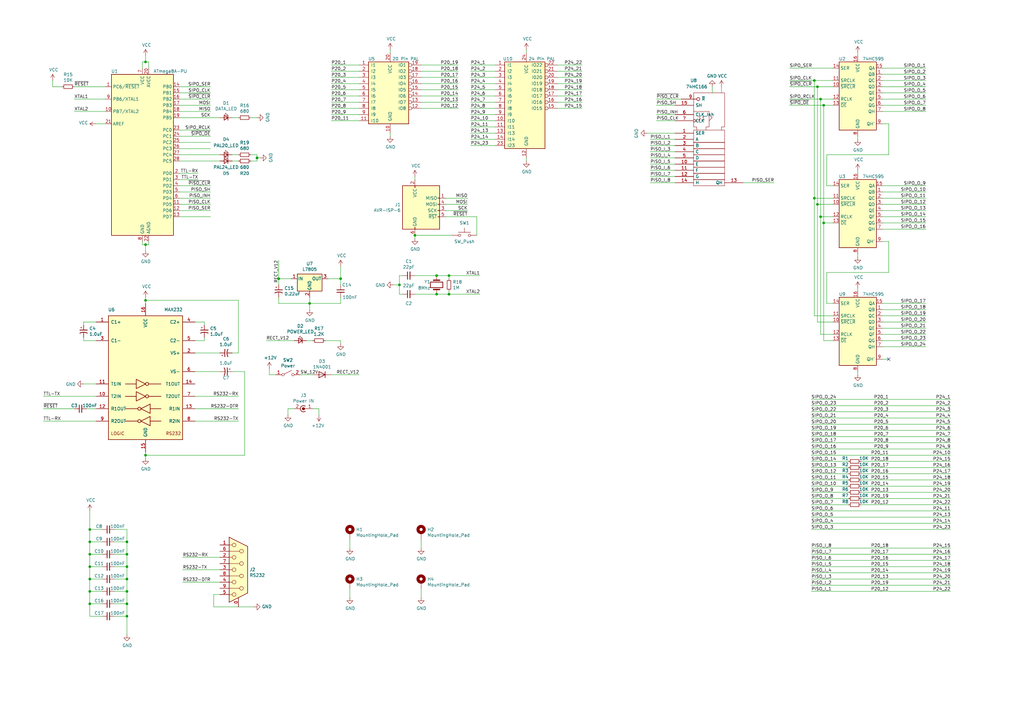
<source format=kicad_sch>
(kicad_sch (version 20230121) (generator eeschema)
  (paper "A3")
  (title_block (title "DuPAL"))
  (lib_symbols
    (symbol "74xx:74HC595"
      (property "Reference" "U" (at -7.62 13.97 0))
      (property "Value" "74HC595" (at -7.62 -16.51 0))
      (symbol "74HC595_1_0"
        (pin tri_state line (at 10.16 7.62 180) (length 2.54) (name "QB") (number "1"))
        (pin input line (at -10.16 2.54 0) (length 2.54) (name "~{SRCLR}") (number "10"))
        (pin input line (at -10.16 5.08 0) (length 2.54) (name "SRCLK") (number "11"))
        (pin input line (at -10.16 -2.54 0) (length 2.54) (name "RCLK") (number "12"))
        (pin input line (at -10.16 -5.08 0) (length 2.54) (name "~{OE}") (number "13"))
        (pin input line (at -10.16 10.16 0) (length 2.54) (name "SER") (number "14"))
        (pin tri_state line (at 10.16 10.16 180) (length 2.54) (name "QA") (number "15"))
        (pin power_in line (at 0 15.24 270) (length 2.54) (name "VCC") (number "16"))
        (pin tri_state line (at 10.16 5.08 180) (length 2.54) (name "QC") (number "2"))
        (pin tri_state line (at 10.16 2.54 180) (length 2.54) (name "QD") (number "3"))
        (pin tri_state line (at 10.16 0 180) (length 2.54) (name "QE") (number "4"))
        (pin tri_state line (at 10.16 -2.54 180) (length 2.54) (name "QF") (number "5"))
        (pin tri_state line (at 10.16 -5.08 180) (length 2.54) (name "QG") (number "6"))
        (pin tri_state line (at 10.16 -7.62 180) (length 2.54) (name "QH") (number "7"))
        (pin power_in line (at 0 -17.78 90) (length 2.54) (name "GND") (number "8"))
        (pin output line (at 10.16 -12.7 180) (length 2.54) (name "QH'") (number "9"))
      )
    )
    (symbol "Connector:AVR-ISP-6" (pin_names (offset 1.016))
      (property "Reference" "J" (at -6.35 11.43 0))
      (property "Value" "AVR-ISP-6" (at 0 11.43 0))
      (symbol "AVR-ISP-6_1_1"
        (pin passive line (at 10.16 5.08 180) (length 2.54) (name "MISO") (number "1"))
        (pin passive line (at -2.54 12.7 270) (length 2.54) (name "VCC") (number "2"))
        (pin passive line (at 10.16 0 180) (length 2.54) (name "SCK") (number "3"))
        (pin passive line (at 10.16 2.54 180) (length 2.54) (name "MOSI") (number "4"))
        (pin passive line (at 10.16 -2.54 180) (length 2.54) (name "~{RST}") (number "5"))
        (pin passive line (at -2.54 -10.16 90) (length 2.54) (name "GND") (number "6"))
      )
    )
    (symbol "Connector:Conn_Coaxial_Power" (pin_names (offset 1.016) hide)
      (property "Reference" "J" (at -5.08 -1.27 90))
      (property "Value" "Conn_Coaxial_Power" (at -3.175 -1.27 90))
      (symbol "Conn_Coaxial_Power_1_1"
        (pin passive line (at 0 2.54 270) (length 2.54) (name "In") (number "1"))
        (pin passive line (at 0 -5.08 90) (length 2.54) (name "Ext") (number "2"))
      )
    )
    (symbol "Connector:DE9_Receptacle_MountingHoles" (pin_names (offset 1.016) hide)
      (property "Reference" "J" (at 0 16.51 0))
      (property "Value" "DE9_Receptacle_MountingHoles" (at 0 14.605 0))
      (symbol "DE9_Receptacle_MountingHoles_1_1"
        (pin passive line (at 0 -15.24 90) (length 3.81) (name "PAD") (number "0"))
        (pin passive line (at -7.62 10.16 0) (length 3.81) (name "1") (number "1"))
        (pin passive line (at -7.62 5.08 0) (length 3.81) (name "2") (number "2"))
        (pin passive line (at -7.62 0 0) (length 3.81) (name "3") (number "3"))
        (pin passive line (at -7.62 -5.08 0) (length 3.81) (name "4") (number "4"))
        (pin passive line (at -7.62 -10.16 0) (length 3.81) (name "5") (number "5"))
        (pin passive line (at -7.62 7.62 0) (length 3.81) (name "6") (number "6"))
        (pin passive line (at -7.62 2.54 0) (length 3.81) (name "7") (number "7"))
        (pin passive line (at -7.62 -2.54 0) (length 3.81) (name "8") (number "8"))
        (pin passive line (at -7.62 -7.62 0) (length 3.81) (name "9") (number "9"))
      )
    )
    (symbol "Device:C_Small" (pin_numbers hide) (pin_names (offset 0.254) hide)
      (property "Reference" "C" (at 0.254 1.778 0))
      (property "Value" "C_Small" (at 0.254 -2.032 0))
      (symbol "C_Small_1_1"
        (pin passive line (at 0 2.54 270) (length 2.032) (name "~") (number "1"))
        (pin passive line (at 0 -2.54 90) (length 2.032) (name "~") (number "2"))
      )
    )
    (symbol "Device:Crystal" (pin_numbers hide) (pin_names (offset 1.016) hide)
      (property "Reference" "Y" (at 0 3.81 0))
      (property "Value" "Crystal" (at 0 -3.81 0))
      (symbol "Crystal_1_1"
        (pin passive line (at -3.81 0 0) (length 1.27) (name "1") (number "1"))
        (pin passive line (at 3.81 0 180) (length 1.27) (name "2") (number "2"))
      )
    )
    (symbol "Device:LED_Small" (pin_numbers hide) (pin_names (offset 0.254) hide)
      (property "Reference" "D" (at -1.27 3.175 0))
      (property "Value" "LED_Small" (at -4.445 -2.54 0))
      (symbol "LED_Small_1_1"
        (pin passive line (at -2.54 0 0) (length 1.778) (name "K") (number "1"))
        (pin passive line (at 2.54 0 180) (length 1.778) (name "A") (number "2"))
      )
    )
    (symbol "Device:R_Small" (pin_numbers hide) (pin_names (offset 0.254) hide)
      (property "Reference" "R" (at 0.762 0.508 0))
      (property "Value" "R_Small" (at 0.762 -1.016 0))
      (symbol "R_Small_1_1"
        (pin passive line (at 0 2.54 270) (length 0.762) (name "~") (number "1"))
        (pin passive line (at 0 -2.54 90) (length 0.762) (name "~") (number "2"))
      )
    )
    (symbol "Diode:1N4001" (pin_numbers hide) (pin_names hide)
      (property "Reference" "D" (at 0 2.54 0))
      (property "Value" "1N4001" (at 0 -2.54 0))
      (symbol "1N4001_1_1"
        (pin passive line (at -3.81 0 0) (length 2.54) (name "K") (number "1"))
        (pin passive line (at 3.81 0 180) (length 2.54) (name "A") (number "2"))
      )
    )
    (symbol "DuPAL-rescue:74166-74xx_IEEE" (pin_names (offset 0.762))
      (property "Reference" "U" (at 8.89 17.78 0))
      (property "Value" "74xx_IEEE_74166" (at 7.62 -22.86 0))
      (symbol "74166-74xx_IEEE_0_0"
        (text "1" (at -2.286 6.096 0) (effects (font (size 1.524 1.524))))
      )
      (symbol "74166-74xx_IEEE_0_1"
        (pin power_in line (at 1.27 16.51 270) (length 0) hide (name "GND") (number "8"))
      )
      (symbol "74166-74xx_IEEE_1_1"
        (pin input line (at -13.97 0 0) (length 7.62) (name "SER") (number "1"))
        (pin input line (at -13.97 -12.7 0) (length 7.62) (name "E") (number "10"))
        (pin input line (at -13.97 -15.24 0) (length 7.62) (name "F") (number "11"))
        (pin input line (at -13.97 -17.78 0) (length 7.62) (name "G") (number "12"))
        (pin tri_state line (at 13.97 -20.32 180) (length 7.62) (name "QH") (number "13"))
        (pin input line (at -13.97 -20.32 0) (length 7.62) (name "H") (number "14"))
        (pin input line (at -13.97 11.43 0) (length 7.62) (name "SH") (number "15"))
        (pin power_in line (at 5.08 16.51 270) (length 0) hide (name "VCC") (number "16"))
        (pin input line (at -13.97 -2.54 0) (length 7.62) (name "A") (number "2"))
        (pin input line (at -13.97 -5.08 0) (length 7.62) (name "B") (number "3"))
        (pin input line (at -13.97 -7.62 0) (length 7.62) (name "C") (number "4"))
        (pin input line (at -13.97 -10.16 0) (length 7.62) (name "D") (number "5"))
        (pin input line (at -13.97 7.62 0) (length 7.62) (name "CLK_Inh") (number "6"))
        (pin input clock (at -13.97 5.08 0) (length 7.62) (name "CLK") (number "7"))
        (pin input inverted (at -11.43 13.97 0) (length 7.62) (name "~{R}") (number "9"))
      )
    )
    (symbol "DuPAL-rescue:ATmega8A-PU-MCU_Microchip_ATmega"
      (property "Reference" "U" (at -12.7 34.29 0))
      (property "Value" "MCU_Microchip_ATmega_ATmega8A-PU" (at 5.08 -34.29 0))
      (symbol "ATmega8A-PU-MCU_Microchip_ATmega_1_1"
        (pin bidirectional line (at -15.24 27.94 0) (length 2.54) (name "PC6/~{RESET}") (number "1"))
        (pin bidirectional line (at -15.24 17.78 0) (length 2.54) (name "PB7/XTAL2") (number "10"))
        (pin bidirectional line (at 15.24 -20.32 180) (length 2.54) (name "PD5") (number "11"))
        (pin bidirectional line (at 15.24 -22.86 180) (length 2.54) (name "PD6") (number "12"))
        (pin bidirectional line (at 15.24 -25.4 180) (length 2.54) (name "PD7") (number "13"))
        (pin bidirectional line (at 15.24 27.94 180) (length 2.54) (name "PB0") (number "14"))
        (pin bidirectional line (at 15.24 25.4 180) (length 2.54) (name "PB1") (number "15"))
        (pin bidirectional line (at 15.24 22.86 180) (length 2.54) (name "PB2") (number "16"))
        (pin bidirectional line (at 15.24 20.32 180) (length 2.54) (name "PB3") (number "17"))
        (pin bidirectional line (at 15.24 17.78 180) (length 2.54) (name "PB4") (number "18"))
        (pin bidirectional line (at 15.24 15.24 180) (length 2.54) (name "PB5") (number "19"))
        (pin bidirectional line (at 15.24 -7.62 180) (length 2.54) (name "PD0") (number "2"))
        (pin power_in line (at 2.54 35.56 270) (length 2.54) (name "AVCC") (number "20"))
        (pin passive line (at -15.24 12.7 0) (length 2.54) (name "AREF") (number "21"))
        (pin power_in line (at 2.54 -35.56 90) (length 2.54) (name "AGND") (number "22"))
        (pin bidirectional line (at 15.24 10.16 180) (length 2.54) (name "PC0") (number "23"))
        (pin bidirectional line (at 15.24 7.62 180) (length 2.54) (name "PC1") (number "24"))
        (pin bidirectional line (at 15.24 5.08 180) (length 2.54) (name "PC2") (number "25"))
        (pin bidirectional line (at 15.24 2.54 180) (length 2.54) (name "PC3") (number "26"))
        (pin bidirectional line (at 15.24 0 180) (length 2.54) (name "PC4") (number "27"))
        (pin bidirectional line (at 15.24 -2.54 180) (length 2.54) (name "PC5") (number "28"))
        (pin bidirectional line (at 15.24 -10.16 180) (length 2.54) (name "PD1") (number "3"))
        (pin bidirectional line (at 15.24 -12.7 180) (length 2.54) (name "PD2") (number "4"))
        (pin bidirectional line (at 15.24 -15.24 180) (length 2.54) (name "PD3") (number "5"))
        (pin bidirectional line (at 15.24 -17.78 180) (length 2.54) (name "PD4") (number "6"))
        (pin power_in line (at 0 35.56 270) (length 2.54) (name "VCC") (number "7"))
        (pin power_in line (at 0 -35.56 90) (length 2.54) (name "GND") (number "8"))
        (pin bidirectional line (at -15.24 22.86 0) (length 2.54) (name "PB6/XTAL1") (number "9"))
      )
    )
    (symbol "DuPAL-rescue:CP1_Small-Device" (pin_numbers hide) (pin_names (offset 0.254) hide)
      (property "Reference" "C" (at 0.254 1.778 0))
      (property "Value" "Device_CP1_Small" (at 0.254 -2.032 0))
      (symbol "CP1_Small-Device_1_1"
        (pin passive line (at 0 2.54 270) (length 2.032) (name "~") (number "1"))
        (pin passive line (at 0 -2.54 90) (length 2.032) (name "~") (number "2"))
      )
    )
    (symbol "Interface_UART:MAX232" (pin_names (offset 1.016))
      (property "Reference" "U" (at -2.54 28.575 0))
      (property "Value" "MAX232" (at -2.54 26.67 0))
      (symbol "MAX232_0_0"
        (text "LOGIC" (at -11.43 -22.86 0) (effects (font (size 1.27 1.27))))
        (text "RS232" (at 11.43 -22.86 0) (effects (font (size 1.27 1.27))))
      )
      (symbol "MAX232_1_1"
        (pin passive line (at -20.32 22.86 0) (length 5.08) (name "C1+") (number "1"))
        (pin input line (at -20.32 -7.62 0) (length 5.08) (name "T2IN") (number "10"))
        (pin input line (at -20.32 -2.54 0) (length 5.08) (name "T1IN") (number "11"))
        (pin output line (at -20.32 -12.7 0) (length 5.08) (name "R1OUT") (number "12"))
        (pin input line (at 20.32 -12.7 180) (length 5.08) (name "R1IN") (number "13"))
        (pin output line (at 20.32 -2.54 180) (length 5.08) (name "T1OUT") (number "14"))
        (pin power_in line (at 0 -30.48 90) (length 5.08) (name "GND") (number "15"))
        (pin power_in line (at 0 30.48 270) (length 5.08) (name "VCC") (number "16"))
        (pin power_out line (at 20.32 10.16 180) (length 5.08) (name "VS+") (number "2"))
        (pin passive line (at -20.32 15.24 0) (length 5.08) (name "C1-") (number "3"))
        (pin passive line (at 20.32 22.86 180) (length 5.08) (name "C2+") (number "4"))
        (pin passive line (at 20.32 15.24 180) (length 5.08) (name "C2-") (number "5"))
        (pin power_out line (at 20.32 2.54 180) (length 5.08) (name "VS-") (number "6"))
        (pin output line (at 20.32 -7.62 180) (length 5.08) (name "T2OUT") (number "7"))
        (pin input line (at 20.32 -17.78 180) (length 5.08) (name "R2IN") (number "8"))
        (pin output line (at -20.32 -17.78 0) (length 5.08) (name "R2OUT") (number "9"))
      )
    )
    (symbol "Logic_Programmable:PAL16L8" (pin_names (offset 1.016))
      (property "Reference" "U" (at -8.89 16.51 0))
      (property "Value" "PAL16L8" (at 1.27 16.51 0))
      (symbol "PAL16L8_0_0"
        (pin power_in line (at 0 -15.24 90) (length 3.81) (name "GND") (number "10"))
        (pin power_in line (at 0 17.78 270) (length 3.81) (name "VCC") (number "20"))
      )
      (symbol "PAL16L8_1_1"
        (pin input line (at -12.7 12.7 0) (length 3.81) (name "I1") (number "1"))
        (pin input line (at -12.7 -10.16 0) (length 3.81) (name "I10") (number "11"))
        (pin tri_state inverted (at 12.7 -5.08 180) (length 5.08) (name "IO8") (number "12"))
        (pin tri_state inverted (at 12.7 -2.54 180) (length 5.08) (name "IO7") (number "13"))
        (pin tri_state inverted (at 12.7 0 180) (length 5.08) (name "IO6") (number "14"))
        (pin tri_state inverted (at 12.7 2.54 180) (length 5.08) (name "IO5") (number "15"))
        (pin tri_state inverted (at 12.7 5.08 180) (length 5.08) (name "IO4") (number "16"))
        (pin tri_state inverted (at 12.7 7.62 180) (length 5.08) (name "I03") (number "17"))
        (pin tri_state inverted (at 12.7 10.16 180) (length 5.08) (name "IO2") (number "18"))
        (pin tri_state inverted (at 12.7 12.7 180) (length 5.08) (name "IO1") (number "19"))
        (pin input line (at -12.7 10.16 0) (length 3.81) (name "I2") (number "2"))
        (pin input line (at -12.7 7.62 0) (length 3.81) (name "I3") (number "3"))
        (pin input line (at -12.7 5.08 0) (length 3.81) (name "I4") (number "4"))
        (pin input line (at -12.7 2.54 0) (length 3.81) (name "I5") (number "5"))
        (pin input line (at -12.7 0 0) (length 3.81) (name "I6") (number "6"))
        (pin input line (at -12.7 -2.54 0) (length 3.81) (name "I7") (number "7"))
        (pin input line (at -12.7 -5.08 0) (length 3.81) (name "I8") (number "8"))
        (pin input line (at -12.7 -7.62 0) (length 3.81) (name "I9") (number "9"))
      )
    )
    (symbol "Logic_Programmable:PAL20L8" (pin_names (offset 1.016))
      (property "Reference" "U" (at -8.89 21.59 0))
      (property "Value" "PAL20L8" (at 1.27 21.59 0))
      (symbol "PAL20L8_0_0"
        (pin power_in line (at 0 -20.32 90) (length 3.81) (name "GND") (number "12"))
        (pin power_in line (at 0 22.86 270) (length 3.81) (name "VCC") (number "24"))
      )
      (symbol "PAL20L8_1_1"
        (pin input line (at -12.7 17.78 0) (length 3.81) (name "I1") (number "1"))
        (pin input line (at -12.7 -5.08 0) (length 3.81) (name "I10") (number "10"))
        (pin input line (at -12.7 -7.62 0) (length 3.81) (name "I11") (number "11"))
        (pin input line (at -12.7 -10.16 0) (length 3.81) (name "I13") (number "13"))
        (pin input line (at -12.7 -12.7 0) (length 3.81) (name "I14") (number "14"))
        (pin tri_state inverted (at 12.7 0 180) (length 5.08) (name "IO15") (number "15"))
        (pin tri_state inverted (at 12.7 2.54 180) (length 5.08) (name "IO16") (number "16"))
        (pin tri_state inverted (at 12.7 5.08 180) (length 5.08) (name "IO17") (number "17"))
        (pin tri_state inverted (at 12.7 7.62 180) (length 5.08) (name "IO18") (number "18"))
        (pin tri_state inverted (at 12.7 10.16 180) (length 5.08) (name "IO19") (number "19"))
        (pin input line (at -12.7 15.24 0) (length 3.81) (name "I2") (number "2"))
        (pin tri_state inverted (at 12.7 12.7 180) (length 5.08) (name "I020") (number "20"))
        (pin tri_state inverted (at 12.7 15.24 180) (length 5.08) (name "IO21") (number "21"))
        (pin tri_state inverted (at 12.7 17.78 180) (length 5.08) (name "IO22") (number "22"))
        (pin input line (at -12.7 -15.24 0) (length 3.81) (name "I23") (number "23"))
        (pin input line (at -12.7 12.7 0) (length 3.81) (name "I3") (number "3"))
        (pin input line (at -12.7 10.16 0) (length 3.81) (name "I4") (number "4"))
        (pin input line (at -12.7 7.62 0) (length 3.81) (name "I5") (number "5"))
        (pin input line (at -12.7 5.08 0) (length 3.81) (name "I6") (number "6"))
        (pin input line (at -12.7 2.54 0) (length 3.81) (name "I7") (number "7"))
        (pin input line (at -12.7 0 0) (length 3.81) (name "I8") (number "8"))
        (pin input line (at -12.7 -2.54 0) (length 3.81) (name "I9") (number "9"))
      )
    )
    (symbol "Mechanical:MountingHole_Pad" (pin_numbers hide) (pin_names (offset 1.016) hide)
      (property "Reference" "H" (at 0 6.35 0))
      (property "Value" "MountingHole_Pad" (at 0 4.445 0))
      (symbol "MountingHole_Pad_1_1"
        (pin input line (at 0 -2.54 90) (length 2.54) (name "1") (number "1"))
      )
    )
    (symbol "Regulator_Linear:L7805" (pin_names (offset 0.254))
      (property "Reference" "U" (at -3.81 3.175 0))
      (property "Value" "L7805" (at 0 3.175 0))
      (symbol "L7805_1_1"
        (pin power_in line (at -7.62 0 0) (length 2.54) (name "IN") (number "1"))
        (pin power_in line (at 0 -7.62 90) (length 2.54) (name "GND") (number "2"))
        (pin power_out line (at 7.62 0 180) (length 2.54) (name "OUT") (number "3"))
      )
    )
    (symbol "Switch:SW_Push" (pin_numbers hide) (pin_names (offset 1.016) hide)
      (property "Reference" "SW" (at 1.27 2.54 0))
      (property "Value" "SW_Push" (at 0 -1.524 0))
      (symbol "SW_Push_0_1"
        (pin passive line (at -5.08 0 0) (length 2.54) (name "1") (number "1"))
        (pin passive line (at 5.08 0 180) (length 2.54) (name "2") (number "2"))
      )
    )
    (symbol "Switch:SW_SPST" (pin_names (offset 0) hide)
      (property "Reference" "SW" (at 0 3.175 0))
      (property "Value" "SW_SPST" (at 0 -2.54 0))
      (symbol "SW_SPST_1_1"
        (pin passive line (at -5.08 0 0) (length 2.54) (name "A") (number "1"))
        (pin passive line (at 5.08 0 180) (length 2.54) (name "B") (number "2"))
      )
    )
    (symbol "power:+12V" (power) (pin_names (offset 0))
      (property "Value" "+12V" (at 0 3.556 0))
      (symbol "+12V_1_1"
        (pin power_in line (at 0 0 90) (length 0) hide (name "+12V") (number "1"))
      )
    )
    (symbol "power:GND" (power) (pin_names (offset 0))
      (property "Value" "GND" (at 0 -3.81 0))
      (symbol "GND_1_1"
        (pin power_in line (at 0 0 270) (length 0) hide (name "GND") (number "1"))
      )
    )
    (symbol "power:VCC" (power) (pin_names (offset 0))
      (property "Value" "VCC" (at 0 3.81 0))
      (symbol "VCC_1_1"
        (pin power_in line (at 0 0 90) (length 0) hide (name "VCC") (number "1"))
      )
    )
  )
  (junction (at 52.07 242.57))
  (junction (at 335.28 83.82))
  (junction (at 52.07 237.49))
  (junction (at 52.07 222.25))
  (junction (at 52.07 227.33))
  (junction (at 334.01 33.02))
  (junction (at 59.69 186.69))
  (junction (at 336.55 88.9))
  (junction (at 52.07 252.73))
  (junction (at 36.83 227.33))
  (junction (at 36.83 247.65))
  (junction (at 36.83 237.49))
  (junction (at 36.83 217.17))
  (junction (at 105.41 64.77))
  (junction (at 52.07 232.41))
  (junction (at 184.15 120.65))
  (junction (at 52.07 247.65))
  (junction (at 36.83 242.57))
  (junction (at 337.82 43.18))
  (junction (at 335.28 35.56))
  (junction (at 59.69 100.33))
  (junction (at 163.83 116.84))
  (junction (at 179.07 120.65))
  (junction (at 139.7 114.3))
  (junction (at 334.01 81.28))
  (junction (at 337.82 91.44))
  (junction (at 127 124.46))
  (junction (at 179.07 113.03))
  (junction (at 114.3 114.3))
  (junction (at 36.83 222.25))
  (junction (at 36.83 232.41))
  (junction (at 59.69 123.19))
  (junction (at 170.18 96.52))
  (junction (at 184.15 113.03))
  (junction (at 336.55 40.64))
  (junction (at 59.69 25.4))
  (no_connect (at 364.49 147.32))
  (wire (pts (xy 361.95 127) (xy 379.73 127)))
  (wire (pts (xy 172.72 29.21) (xy 187.96 29.21)))
  (wire (pts (xy 147.32 44.45) (xy 135.89 44.45)))
  (wire (pts (xy 127 121.92) (xy 127 124.46)))
  (wire (pts (xy 172.72 39.37) (xy 187.96 39.37)))
  (wire (pts (xy 52.07 242.57) (xy 52.07 247.65)))
  (wire (pts (xy 335.28 35.56) (xy 323.85 35.56)))
  (wire (pts (xy 332.74 234.95) (xy 389.89 234.95)))
  (wire (pts (xy 276.86 57.15) (xy 266.7 57.15)))
  (wire (pts (xy 34.29 132.08) (xy 39.37 132.08)))
  (wire (pts (xy 203.2 46.99) (xy 193.04 46.99)))
  (wire (pts (xy 41.91 242.57) (xy 36.83 242.57)))
  (wire (pts (xy 332.74 212.09) (xy 389.89 212.09)))
  (wire (pts (xy 73.66 86.36) (xy 86.36 86.36)))
  (wire (pts (xy 334.01 33.02) (xy 334.01 81.28)))
  (wire (pts (xy 160.02 55.88) (xy 160.02 54.61)))
  (wire (pts (xy 34.29 133.35) (xy 34.29 132.08)))
  (wire (pts (xy 147.32 34.29) (xy 135.89 34.29)))
  (wire (pts (xy 73.66 88.9) (xy 86.36 88.9)))
  (wire (pts (xy 139.7 114.3) (xy 139.7 109.22)))
  (wire (pts (xy 215.9 64.77) (xy 215.9 66.04)))
  (wire (pts (xy 87.63 248.92) (xy 104.14 248.92)))
  (wire (pts (xy 266.7 59.69) (xy 276.86 59.69)))
  (wire (pts (xy 52.07 217.17) (xy 52.07 222.25)))
  (wire (pts (xy 361.95 91.44) (xy 379.73 91.44)))
  (wire (pts (xy 341.63 35.56) (xy 335.28 35.56)))
  (wire (pts (xy 100.33 152.4) (xy 100.33 186.69)))
  (wire (pts (xy 332.74 194.31) (xy 347.98 194.31)))
  (wire (pts (xy 147.32 36.83) (xy 135.89 36.83)))
  (wire (pts (xy 334.01 129.54) (xy 341.63 129.54)))
  (wire (pts (xy 172.72 34.29) (xy 187.96 34.29)))
  (wire (pts (xy 361.95 137.16) (xy 379.73 137.16)))
  (wire (pts (xy 73.66 55.88) (xy 86.36 55.88)))
  (wire (pts (xy 87.63 243.84) (xy 87.63 248.92)))
  (wire (pts (xy 203.2 44.45) (xy 193.04 44.45)))
  (wire (pts (xy 266.7 69.85) (xy 276.86 69.85)))
  (wire (pts (xy 41.91 217.17) (xy 36.83 217.17)))
  (wire (pts (xy 203.2 41.91) (xy 193.04 41.91)))
  (wire (pts (xy 269.24 46.99) (xy 276.86 46.99)))
  (wire (pts (xy 332.74 201.93) (xy 347.98 201.93)))
  (wire (pts (xy 102.87 48.26) (xy 105.41 48.26)))
  (wire (pts (xy 332.74 163.83) (xy 389.89 163.83)))
  (wire (pts (xy 361.95 76.2) (xy 379.73 76.2)))
  (wire (pts (xy 127 124.46) (xy 139.7 124.46)))
  (wire (pts (xy 269.24 43.18) (xy 276.86 43.18)))
  (wire (pts (xy 203.2 49.53) (xy 193.04 49.53)))
  (wire (pts (xy 341.63 76.2) (xy 339.09 76.2)))
  (wire (pts (xy 332.74 209.55) (xy 389.89 209.55)))
  (wire (pts (xy 90.17 228.6) (xy 74.93 228.6)))
  (wire (pts (xy 100.33 186.69) (xy 59.69 186.69)))
  (wire (pts (xy 172.72 44.45) (xy 187.96 44.45)))
  (wire (pts (xy 143.51 220.98) (xy 143.51 224.79)))
  (wire (pts (xy 105.41 64.77) (xy 105.41 66.04)))
  (wire (pts (xy 46.99 227.33) (xy 52.07 227.33)))
  (wire (pts (xy 90.17 238.76) (xy 74.93 238.76)))
  (wire (pts (xy 361.95 81.28) (xy 379.73 81.28)))
  (wire (pts (xy 203.2 52.07) (xy 193.04 52.07)))
  (wire (pts (xy 361.95 38.1) (xy 379.73 38.1)))
  (wire (pts (xy 228.6 44.45) (xy 238.76 44.45)))
  (wire (pts (xy 59.69 123.19) (xy 59.69 124.46)))
  (wire (pts (xy 341.63 124.46) (xy 339.09 124.46)))
  (wire (pts (xy 105.41 64.77) (xy 106.68 64.77)))
  (wire (pts (xy 36.83 222.25) (xy 36.83 217.17)))
  (wire (pts (xy 335.28 132.08) (xy 341.63 132.08)))
  (wire (pts (xy 361.95 124.46) (xy 379.73 124.46)))
  (wire (pts (xy 59.69 25.4) (xy 59.69 22.86)))
  (wire (pts (xy 203.2 31.75) (xy 193.04 31.75)))
  (wire (pts (xy 83.82 139.7) (xy 80.01 139.7)))
  (wire (pts (xy 73.66 83.82) (xy 86.36 83.82)))
  (wire (pts (xy 147.32 39.37) (xy 135.89 39.37)))
  (wire (pts (xy 95.25 152.4) (xy 100.33 152.4)))
  (wire (pts (xy 90.17 243.84) (xy 87.63 243.84)))
  (wire (pts (xy 147.32 29.21) (xy 135.89 29.21)))
  (wire (pts (xy 73.66 60.96) (xy 86.36 60.96)))
  (wire (pts (xy 353.06 204.47) (xy 389.89 204.47)))
  (wire (pts (xy 46.99 252.73) (xy 52.07 252.73)))
  (wire (pts (xy 52.07 232.41) (xy 52.07 237.49)))
  (wire (pts (xy 59.69 123.19) (xy 97.79 123.19)))
  (wire (pts (xy 182.88 86.36) (xy 191.77 86.36)))
  (wire (pts (xy 228.6 34.29) (xy 238.76 34.29)))
  (wire (pts (xy 292.1 35.56) (xy 292.1 38.1)))
  (wire (pts (xy 172.72 26.67) (xy 187.96 26.67)))
  (wire (pts (xy 97.79 144.78) (xy 95.25 144.78)))
  (wire (pts (xy 353.06 189.23) (xy 389.89 189.23)))
  (wire (pts (xy 361.95 35.56) (xy 379.73 35.56)))
  (wire (pts (xy 337.82 139.7) (xy 337.82 91.44)))
  (wire (pts (xy 109.22 139.7) (xy 120.65 139.7)))
  (wire (pts (xy 73.66 43.18) (xy 86.36 43.18)))
  (wire (pts (xy 73.66 38.1) (xy 86.36 38.1)))
  (wire (pts (xy 60.96 100.33) (xy 60.96 99.06)))
  (wire (pts (xy 361.95 27.94) (xy 379.73 27.94)))
  (wire (pts (xy 353.06 201.93) (xy 389.89 201.93)))
  (wire (pts (xy 332.74 214.63) (xy 389.89 214.63)))
  (wire (pts (xy 203.2 39.37) (xy 193.04 39.37)))
  (wire (pts (xy 52.07 247.65) (xy 52.07 252.73)))
  (wire (pts (xy 163.83 113.03) (xy 163.83 116.84)))
  (wire (pts (xy 110.49 151.13) (xy 110.49 153.67)))
  (wire (pts (xy 361.95 147.32) (xy 364.49 147.32)))
  (wire (pts (xy 41.91 237.49) (xy 36.83 237.49)))
  (wire (pts (xy 332.74 196.85) (xy 347.98 196.85)))
  (wire (pts (xy 73.66 40.64) (xy 86.36 40.64)))
  (wire (pts (xy 184.15 114.3) (xy 184.15 113.03)))
  (wire (pts (xy 80.01 167.64) (xy 97.79 167.64)))
  (wire (pts (xy 228.6 39.37) (xy 238.76 39.37)))
  (wire (pts (xy 195.58 88.9) (xy 195.58 96.52)))
  (wire (pts (xy 335.28 132.08) (xy 335.28 83.82)))
  (wire (pts (xy 228.6 36.83) (xy 238.76 36.83)))
  (wire (pts (xy 361.95 33.02) (xy 379.73 33.02)))
  (wire (pts (xy 46.99 232.41) (xy 52.07 232.41)))
  (wire (pts (xy 39.37 162.56) (xy 17.78 162.56)))
  (wire (pts (xy 336.55 88.9) (xy 341.63 88.9)))
  (wire (pts (xy 21.59 35.56) (xy 25.4 35.56)))
  (wire (pts (xy 170.18 72.39) (xy 170.18 73.66)))
  (wire (pts (xy 353.06 199.39) (xy 389.89 199.39)))
  (wire (pts (xy 172.72 220.98) (xy 172.72 224.79)))
  (wire (pts (xy 203.2 54.61) (xy 193.04 54.61)))
  (wire (pts (xy 58.42 99.06) (xy 58.42 100.33)))
  (wire (pts (xy 114.3 121.92) (xy 114.3 124.46)))
  (wire (pts (xy 215.9 20.32) (xy 215.9 21.59)))
  (wire (pts (xy 203.2 26.67) (xy 193.04 26.67)))
  (wire (pts (xy 163.83 120.65) (xy 165.1 120.65)))
  (wire (pts (xy 59.69 121.92) (xy 59.69 123.19)))
  (wire (pts (xy 43.18 50.8) (xy 39.37 50.8)))
  (wire (pts (xy 182.88 83.82) (xy 191.77 83.82)))
  (wire (pts (xy 332.74 224.79) (xy 389.89 224.79)))
  (wire (pts (xy 351.79 21.59) (xy 351.79 22.86)))
  (wire (pts (xy 36.83 237.49) (xy 36.83 242.57)))
  (wire (pts (xy 266.7 74.93) (xy 276.86 74.93)))
  (wire (pts (xy 334.01 33.02) (xy 323.85 33.02)))
  (wire (pts (xy 332.74 199.39) (xy 347.98 199.39)))
  (wire (pts (xy 353.06 207.01) (xy 389.89 207.01)))
  (wire (pts (xy 336.55 40.64) (xy 323.85 40.64)))
  (wire (pts (xy 332.74 204.47) (xy 347.98 204.47)))
  (wire (pts (xy 339.09 76.2) (xy 339.09 63.5)))
  (wire (pts (xy 353.06 191.77) (xy 389.89 191.77)))
  (wire (pts (xy 114.3 124.46) (xy 127 124.46)))
  (wire (pts (xy 36.83 252.73) (xy 36.83 247.65)))
  (wire (pts (xy 332.74 217.17) (xy 389.89 217.17)))
  (wire (pts (xy 110.49 153.67) (xy 113.03 153.67)))
  (wire (pts (xy 361.95 134.62) (xy 379.73 134.62)))
  (wire (pts (xy 58.42 27.94) (xy 58.42 25.4)))
  (wire (pts (xy 361.95 40.64) (xy 379.73 40.64)))
  (wire (pts (xy 203.2 59.69) (xy 193.04 59.69)))
  (wire (pts (xy 341.63 40.64) (xy 336.55 40.64)))
  (wire (pts (xy 80.01 162.56) (xy 97.79 162.56)))
  (wire (pts (xy 361.95 83.82) (xy 379.73 83.82)))
  (wire (pts (xy 73.66 35.56) (xy 86.36 35.56)))
  (wire (pts (xy 361.95 43.18) (xy 379.73 43.18)))
  (wire (pts (xy 351.79 118.11) (xy 351.79 119.38)))
  (wire (pts (xy 332.74 166.37) (xy 389.89 166.37)))
  (wire (pts (xy 364.49 63.5) (xy 364.49 50.8)))
  (wire (pts (xy 337.82 91.44) (xy 341.63 91.44)))
  (wire (pts (xy 139.7 124.46) (xy 139.7 121.92)))
  (wire (pts (xy 139.7 116.84) (xy 139.7 114.3)))
  (wire (pts (xy 118.11 170.18) (xy 118.11 167.64)))
  (wire (pts (xy 80.01 172.72) (xy 97.79 172.72)))
  (wire (pts (xy 80.01 152.4) (xy 90.17 152.4)))
  (wire (pts (xy 332.74 207.01) (xy 347.98 207.01)))
  (wire (pts (xy 332.74 171.45) (xy 389.89 171.45)))
  (wire (pts (xy 73.66 76.2) (xy 86.36 76.2)))
  (wire (pts (xy 228.6 26.67) (xy 238.76 26.67)))
  (wire (pts (xy 59.69 25.4) (xy 60.96 25.4)))
  (wire (pts (xy 36.83 227.33) (xy 36.83 222.25)))
  (wire (pts (xy 73.66 81.28) (xy 86.36 81.28)))
  (wire (pts (xy 52.07 222.25) (xy 52.07 227.33)))
  (wire (pts (xy 147.32 49.53) (xy 135.89 49.53)))
  (wire (pts (xy 184.15 120.65) (xy 196.85 120.65)))
  (wire (pts (xy 73.66 78.74) (xy 86.36 78.74)))
  (wire (pts (xy 90.17 144.78) (xy 80.01 144.78)))
  (wire (pts (xy 170.18 113.03) (xy 179.07 113.03)))
  (wire (pts (xy 73.66 71.12) (xy 81.28 71.12)))
  (wire (pts (xy 73.66 73.66) (xy 81.28 73.66)))
  (wire (pts (xy 182.88 81.28) (xy 191.77 81.28)))
  (wire (pts (xy 295.91 35.56) (xy 295.91 38.1)))
  (wire (pts (xy 147.32 46.99) (xy 135.89 46.99)))
  (wire (pts (xy 332.74 232.41) (xy 389.89 232.41)))
  (wire (pts (xy 161.29 116.84) (xy 163.83 116.84)))
  (wire (pts (xy 34.29 138.43) (xy 34.29 139.7)))
  (wire (pts (xy 59.69 100.33) (xy 59.69 102.87)))
  (wire (pts (xy 123.19 153.67) (xy 128.27 153.67)))
  (wire (pts (xy 147.32 41.91) (xy 135.89 41.91)))
  (wire (pts (xy 361.95 142.24) (xy 379.73 142.24)))
  (wire (pts (xy 59.69 185.42) (xy 59.69 186.69)))
  (wire (pts (xy 203.2 29.21) (xy 193.04 29.21)))
  (wire (pts (xy 34.29 139.7) (xy 39.37 139.7)))
  (wire (pts (xy 361.95 99.06) (xy 364.49 99.06)))
  (wire (pts (xy 80.01 132.08) (xy 83.82 132.08)))
  (wire (pts (xy 266.7 64.77) (xy 276.86 64.77)))
  (wire (pts (xy 182.88 88.9) (xy 195.58 88.9)))
  (wire (pts (xy 58.42 100.33) (xy 59.69 100.33)))
  (wire (pts (xy 52.07 252.73) (xy 52.07 260.35)))
  (wire (pts (xy 361.95 93.98) (xy 379.73 93.98)))
  (wire (pts (xy 41.91 232.41) (xy 36.83 232.41)))
  (wire (pts (xy 97.79 63.5) (xy 95.25 63.5)))
  (wire (pts (xy 361.95 30.48) (xy 379.73 30.48)))
  (wire (pts (xy 172.72 36.83) (xy 187.96 36.83)))
  (wire (pts (xy 353.06 194.31) (xy 389.89 194.31)))
  (wire (pts (xy 58.42 25.4) (xy 59.69 25.4)))
  (wire (pts (xy 334.01 129.54) (xy 334.01 81.28)))
  (wire (pts (xy 339.09 111.76) (xy 364.49 111.76)))
  (wire (pts (xy 332.74 229.87) (xy 389.89 229.87)))
  (wire (pts (xy 361.95 129.54) (xy 379.73 129.54)))
  (wire (pts (xy 105.41 63.5) (xy 105.41 64.77)))
  (wire (pts (xy 364.49 111.76) (xy 364.49 99.06)))
  (wire (pts (xy 361.95 86.36) (xy 379.73 86.36)))
  (wire (pts (xy 73.66 53.34) (xy 86.36 53.34)))
  (wire (pts (xy 353.06 196.85) (xy 389.89 196.85)))
  (wire (pts (xy 332.74 240.03) (xy 389.89 240.03)))
  (wire (pts (xy 114.3 116.84) (xy 114.3 114.3)))
  (wire (pts (xy 185.42 96.52) (xy 170.18 96.52)))
  (wire (pts (xy 73.66 58.42) (xy 86.36 58.42)))
  (wire (pts (xy 335.28 83.82) (xy 341.63 83.82)))
  (wire (pts (xy 170.18 120.65) (xy 179.07 120.65)))
  (wire (pts (xy 332.74 237.49) (xy 389.89 237.49)))
  (wire (pts (xy 127 124.46) (xy 127 127)))
  (wire (pts (xy 228.6 29.21) (xy 238.76 29.21)))
  (wire (pts (xy 52.07 227.33) (xy 52.07 232.41)))
  (wire (pts (xy 60.96 25.4) (xy 60.96 27.94)))
  (wire (pts (xy 269.24 40.64) (xy 279.4 40.64)))
  (wire (pts (xy 332.74 176.53) (xy 389.89 176.53)))
  (wire (pts (xy 59.69 186.69) (xy 59.69 187.96)))
  (wire (pts (xy 43.18 35.56) (xy 30.48 35.56)))
  (wire (pts (xy 114.3 114.3) (xy 114.3 106.68)))
  (wire (pts (xy 163.83 116.84) (xy 163.83 120.65)))
  (wire (pts (xy 276.86 72.39) (xy 266.7 72.39)))
  (wire (pts (xy 332.74 173.99) (xy 389.89 173.99)))
  (wire (pts (xy 73.66 63.5) (xy 90.17 63.5)))
  (wire (pts (xy 351.79 55.88) (xy 351.79 57.15)))
  (wire (pts (xy 34.29 157.48) (xy 39.37 157.48)))
  (wire (pts (xy 332.74 242.57) (xy 389.89 242.57)))
  (wire (pts (xy 341.63 43.18) (xy 337.82 43.18)))
  (wire (pts (xy 36.83 217.17) (xy 36.83 209.55)))
  (wire (pts (xy 332.74 168.91) (xy 389.89 168.91)))
  (wire (pts (xy 130.81 167.64) (xy 130.81 170.18)))
  (wire (pts (xy 36.83 232.41) (xy 36.83 227.33)))
  (wire (pts (xy 43.18 40.64) (xy 30.48 40.64)))
  (wire (pts (xy 184.15 113.03) (xy 196.85 113.03)))
  (wire (pts (xy 228.6 41.91) (xy 238.76 41.91)))
  (wire (pts (xy 52.07 237.49) (xy 52.07 242.57)))
  (wire (pts (xy 133.35 139.7) (xy 139.7 139.7)))
  (wire (pts (xy 41.91 252.73) (xy 36.83 252.73)))
  (wire (pts (xy 97.79 66.04) (xy 95.25 66.04)))
  (wire (pts (xy 361.95 139.7) (xy 379.73 139.7)))
  (wire (pts (xy 90.17 233.68) (xy 74.93 233.68)))
  (wire (pts (xy 361.95 78.74) (xy 379.73 78.74)))
  (wire (pts (xy 39.37 172.72) (xy 17.78 172.72)))
  (wire (pts (xy 41.91 222.25) (xy 36.83 222.25)))
  (wire (pts (xy 332.74 186.69) (xy 389.89 186.69)))
  (wire (pts (xy 114.3 114.3) (xy 119.38 114.3)))
  (wire (pts (xy 83.82 132.08) (xy 83.82 133.35)))
  (wire (pts (xy 139.7 114.3) (xy 134.62 114.3)))
  (wire (pts (xy 172.72 41.91) (xy 187.96 41.91)))
  (wire (pts (xy 361.95 88.9) (xy 379.73 88.9)))
  (wire (pts (xy 36.83 242.57) (xy 36.83 247.65)))
  (wire (pts (xy 265.43 54.61) (xy 276.86 54.61)))
  (wire (pts (xy 332.74 189.23) (xy 347.98 189.23)))
  (wire (pts (xy 228.6 31.75) (xy 238.76 31.75)))
  (wire (pts (xy 30.48 167.64) (xy 17.78 167.64)))
  (wire (pts (xy 203.2 36.83) (xy 193.04 36.83)))
  (wire (pts (xy 165.1 113.03) (xy 163.83 113.03)))
  (wire (pts (xy 361.95 132.08) (xy 379.73 132.08)))
  (wire (pts (xy 46.99 217.17) (xy 52.07 217.17)))
  (wire (pts (xy 43.18 45.72) (xy 30.48 45.72)))
  (wire (pts (xy 184.15 119.38) (xy 184.15 120.65)))
  (wire (pts (xy 46.99 242.57) (xy 52.07 242.57)))
  (wire (pts (xy 339.09 63.5) (xy 364.49 63.5)))
  (wire (pts (xy 170.18 96.52) (xy 170.18 97.79)))
  (wire (pts (xy 128.27 139.7) (xy 125.73 139.7)))
  (wire (pts (xy 332.74 179.07) (xy 389.89 179.07)))
  (wire (pts (xy 341.63 33.02) (xy 334.01 33.02)))
  (wire (pts (xy 46.99 247.65) (xy 52.07 247.65)))
  (wire (pts (xy 341.63 27.94) (xy 323.85 27.94)))
  (wire (pts (xy 304.8 74.93) (xy 317.5 74.93)))
  (wire (pts (xy 335.28 35.56) (xy 335.28 83.82)))
  (wire (pts (xy 35.56 167.64) (xy 39.37 167.64)))
  (wire (pts (xy 59.69 100.33) (xy 60.96 100.33)))
  (wire (pts (xy 73.66 45.72) (xy 86.36 45.72)))
  (wire (pts (xy 332.74 227.33) (xy 389.89 227.33)))
  (wire (pts (xy 97.79 48.26) (xy 95.25 48.26)))
  (wire (pts (xy 203.2 34.29) (xy 193.04 34.29)))
  (wire (pts (xy 73.66 66.04) (xy 90.17 66.04)))
  (wire (pts (xy 36.83 247.65) (xy 41.91 247.65)))
  (wire (pts (xy 97.79 123.19) (xy 97.79 144.78)))
  (wire (pts (xy 334.01 81.28) (xy 341.63 81.28)))
  (wire (pts (xy 143.51 241.3) (xy 143.51 245.11)))
  (wire (pts (xy 46.99 222.25) (xy 52.07 222.25)))
  (wire (pts (xy 147.32 31.75) (xy 135.89 31.75)))
  (wire (pts (xy 203.2 57.15) (xy 193.04 57.15)))
  (wire (pts (xy 332.74 191.77) (xy 347.98 191.77)))
  (wire (pts (xy 147.32 26.67) (xy 135.89 26.67)))
  (wire (pts (xy 41.91 227.33) (xy 36.83 227.33)))
  (wire (pts (xy 179.07 113.03) (xy 184.15 113.03)))
  (wire (pts (xy 351.79 152.4) (xy 351.79 153.67)))
  (wire (pts (xy 276.86 49.53) (xy 269.24 49.53)))
  (wire (pts (xy 336.55 137.16) (xy 336.55 88.9)))
  (wire (pts (xy 21.59 33.02) (xy 21.59 35.56)))
  (wire (pts (xy 364.49 50.8) (xy 361.95 50.8)))
  (wire (pts (xy 351.79 104.14) (xy 351.79 105.41)))
  (wire (pts (xy 332.74 181.61) (xy 389.89 181.61)))
  (wire (pts (xy 351.79 69.85) (xy 351.79 71.12)))
  (wire (pts (xy 73.66 48.26) (xy 90.17 48.26)))
  (wire (pts (xy 337.82 139.7) (xy 341.63 139.7)))
  (wire (pts (xy 139.7 139.7) (xy 139.7 140.97)))
  (wire (pts (xy 36.83 237.49) (xy 36.83 232.41)))
  (wire (pts (xy 135.89 153.67) (xy 147.32 153.67)))
  (wire (pts (xy 83.82 138.43) (xy 83.82 139.7)))
  (wire (pts (xy 128.27 167.64) (xy 130.81 167.64)))
  (wire (pts (xy 172.72 241.3) (xy 172.72 245.11)))
  (wire (pts (xy 160.02 20.32) (xy 160.02 21.59)))
  (wire (pts (xy 172.72 31.75) (xy 187.96 31.75)))
  (wire (pts (xy 337.82 43.18) (xy 337.82 91.44)))
  (wire (pts (xy 332.74 184.15) (xy 389.89 184.15)))
  (wire (pts (xy 276.86 67.31) (xy 266.7 67.31)))
  (wire (pts (xy 102.87 63.5) (xy 105.41 63.5)))
  (wire (pts (xy 118.11 167.64) (xy 120.65 167.64)))
  (wire (pts (xy 179.07 120.65) (xy 184.15 120.65)))
  (wire (pts (xy 336.55 40.64) (xy 336.55 88.9)))
  (wire (pts (xy 336.55 137.16) (xy 341.63 137.16)))
  (wire (pts (xy 337.82 43.18) (xy 323.85 43.18)))
  (wire (pts (xy 276.86 62.23) (xy 266.7 62.23)))
  (wire (pts (xy 102.87 66.04) (xy 105.41 66.04)))
  (wire (pts (xy 361.95 45.72) (xy 379.73 45.72)))
  (wire (pts (xy 46.99 237.49) (xy 52.07 237.49)))
  (wire (pts (xy 339.09 124.46) (xy 339.09 111.76)))
  (label "PISO_SER" (at 86.36 86.36 180))
  (label "PISO_I_6" (at 266.7 69.85 0))
  (label "SIPO_O_23" (at 332.74 166.37 0))
  (label "P24_20" (at 389.89 237.49 180))
  (label "P24_6" (at 193.04 39.37 0))
  (label "P24_15" (at 389.89 224.79 180))
  (label "SIPO_O_15" (at 332.74 186.69 0))
  (label "~{SIPO_OE}" (at 323.85 43.18 0))
  (label "PISO_CLK" (at 86.36 83.82 180))
  (label "SIPO_O_7" (at 379.73 43.18 180))
  (label "PISO_INH" (at 86.36 81.28 180))
  (label "P20_5" (at 135.89 36.83 0))
  (label "PISO_I_8" (at 266.7 74.93 0))
  (label "P20_9" (at 135.89 46.99 0))
  (label "SIPO_O_6" (at 332.74 209.55 0))
  (label "PISO_I_2" (at 332.74 240.03 0))
  (label "SIPO_O_13" (at 332.74 191.77 0))
  (label "P20_14" (at 187.96 39.37 180))
  (label "P24_20" (at 389.89 201.93 180))
  (label "SIPO_O_7" (at 332.74 207.01 0))
  (label "PISO_I_6" (at 332.74 229.87 0))
  (label "SIPO_CLK" (at 323.85 33.02 0))
  (label "P24_17" (at 238.76 39.37 180))
  (label "P24_15" (at 238.76 44.45 180))
  (label "PISO_I_5" (at 332.74 232.41 0))
  (label "SCK" (at 191.77 86.36 180))
  (label "SIPO_O_17" (at 332.74 181.61 0))
  (label "SIPO_O_10" (at 332.74 199.39 0))
  (label "P24_5" (at 193.04 36.83 0))
  (label "SIPO_O_21" (at 332.74 171.45 0))
  (label "SIPO_O_18" (at 332.74 179.07 0))
  (label "MISO" (at 191.77 81.28 180))
  (label "P24_16" (at 389.89 227.33 180))
  (label "~{SIPO_OE}" (at 86.36 55.88 180))
  (label "P20_18" (at 364.49 224.79 180))
  (label "~{RESET}" (at 30.48 35.56 0))
  (label "P24_17" (at 389.89 194.31 180))
  (label "P24_22" (at 389.89 242.57 180))
  (label "P24_2" (at 193.04 29.21 0))
  (label "RS232-DTR" (at 74.93 238.76 0))
  (label "XTAL2" (at 196.85 120.65 180))
  (label "SIPO_O_20" (at 332.74 173.99 0))
  (label "P24_22" (at 238.76 26.67 180))
  (label "PISO_I_1" (at 266.7 57.15 0))
  (label "P20_13" (at 187.96 41.91 180))
  (label "~{SIPO_CLR}" (at 323.85 35.56 0))
  (label "P20_15" (at 187.96 36.83 180))
  (label "SIPO_CLK" (at 86.36 38.1 180))
  (label "MOSI" (at 86.36 43.18 180))
  (label "SIPO_O_11" (at 332.74 196.85 0))
  (label "P20_17" (at 364.49 227.33 180))
  (label "P24_18" (at 389.89 232.41 180))
  (label "SIPO_O_21" (at 379.73 134.62 180))
  (label "PISO_I_1" (at 332.74 242.57 0))
  (label "SIPO_O_11" (at 379.73 81.28 180))
  (label "SIPO_RCLK" (at 86.36 53.34 180))
  (label "P20_8" (at 364.49 181.61 180))
  (label "P24_6" (at 389.89 176.53 180))
  (label "PISO_I_7" (at 266.7 72.39 0))
  (label "~{RESET}" (at 17.78 167.64 0))
  (label "SIPO_O_4" (at 332.74 214.63 0))
  (label "P20_16" (at 187.96 34.29 180))
  (label "SIPO_O_17" (at 379.73 124.46 180))
  (label "SIPO_O_19" (at 379.73 129.54 180))
  (label "P20_12" (at 364.49 207.01 180))
  (label "P24_13" (at 389.89 212.09 180))
  (label "P20_15" (at 364.49 232.41 180))
  (label "PISO_I_7" (at 332.74 227.33 0))
  (label "P24_16" (at 389.89 191.77 180))
  (label "P24_9" (at 389.89 184.15 180))
  (label "MOSI" (at 191.77 83.82 180))
  (label "PISO_I_2" (at 266.7 59.69 0))
  (label "SIPO_O_15" (at 379.73 91.44 180))
  (label "P24_2" (at 389.89 166.37 180))
  (label "XTAL1" (at 30.48 40.64 0))
  (label "P20_3" (at 135.89 31.75 0))
  (label "P24_3" (at 193.04 31.75 0))
  (label "P24_22" (at 389.89 207.01 180))
  (label "P20_12" (at 187.96 44.45 180))
  (label "P24_9" (at 193.04 46.99 0))
  (label "PISO_SH" (at 86.36 78.74 180))
  (label "RECT_V12" (at 147.32 153.67 180))
  (label "P24_16" (at 238.76 41.91 180))
  (label "P20_3" (at 364.49 168.91 180))
  (label "P24_21" (at 238.76 29.21 180))
  (label "SIPO_O_6" (at 379.73 40.64 180))
  (label "PISO_SER" (at 317.5 74.93 180))
  (label "SIPO_O_16" (at 379.73 93.98 180))
  (label "SIPO_O_18" (at 379.73 127 180))
  (label "SIPO_O_3" (at 379.73 33.02 180))
  (label "P24_8" (at 389.89 181.61 180))
  (label "P20_15" (at 364.49 196.85 180))
  (label "P24_21" (at 389.89 240.03 180))
  (label "P20_9" (at 364.49 184.15 180))
  (label "~{RESET}" (at 191.77 88.9 180))
  (label "SIPO_O_8" (at 332.74 204.47 0))
  (label "P24_20" (at 238.76 31.75 180))
  (label "RS232-DTR" (at 97.79 167.64 180))
  (label "RS232-TX" (at 97.79 172.72 180))
  (label "PISO_I_3" (at 266.7 62.23 0))
  (label "SIPO_O_19" (at 332.74 176.53 0))
  (label "P24_1" (at 193.04 26.67 0))
  (label "SIPO_O_2" (at 379.73 30.48 180))
  (label "P24_18" (at 238.76 36.83 180))
  (label "PISO_I_3" (at 332.74 237.49 0))
  (label "~{PISO_CLR}" (at 86.36 76.2 180))
  (label "PISO_I_8" (at 332.74 224.79 0))
  (label "XTAL2" (at 30.48 45.72 0))
  (label "SIPO_O_12" (at 332.74 194.31 0))
  (label "RECT_V12" (at 114.3 106.68 270))
  (label "P20_7" (at 135.89 41.91 0))
  (label "SIPO_O_22" (at 332.74 168.91 0))
  (label "SIPO_O_5" (at 379.73 38.1 180))
  (label "PISO_I_5" (at 266.7 67.31 0))
  (label "SIPO_O_22" (at 379.73 137.16 180))
  (label "P24_11" (at 193.04 52.07 0))
  (label "P24_14" (at 193.04 57.15 0))
  (label "TTL-TX" (at 81.28 73.66 180))
  (label "P20_14" (at 364.49 234.95 180))
  (label "P20_12" (at 364.49 242.57 180))
  (label "SIPO_O_9" (at 379.73 76.2 180))
  (label "TTL-RX" (at 81.28 71.12 180))
  (label "P24_7" (at 193.04 41.91 0))
  (label "P24_15" (at 389.89 189.23 180))
  (label "P20_16" (at 364.49 229.87 180))
  (label "P20_13" (at 364.49 201.93 180))
  (label "P24_13" (at 193.04 54.61 0))
  (label "P24_23" (at 389.89 217.17 180))
  (label "P20_6" (at 135.89 39.37 0))
  (label "P20_1" (at 364.49 163.83 180))
  (label "RS232-TX" (at 74.93 233.68 0))
  (label "P20_5" (at 364.49 173.99 180))
  (label "SIPO_O_4" (at 379.73 35.56 180))
  (label "SIPO_O_20" (at 379.73 132.08 180))
  (label "PISO_I_4" (at 266.7 64.77 0))
  (label "PISO_SH" (at 269.24 43.18 0))
  (label "P24_1" (at 389.89 163.83 180))
  (label "SCK" (at 86.36 48.26 180))
  (label "XTAL1" (at 196.85 113.03 180))
  (label "TTL-TX" (at 17.78 162.56 0))
  (label "P20_7" (at 364.49 179.07 180))
  (label "~{SIPO_CLR}" (at 86.36 40.64 180))
  (label "P20_1" (at 135.89 26.67 0))
  (label "P20_4" (at 135.89 34.29 0))
  (label "P24_14" (at 389.89 214.63 180))
  (label "P24_10" (at 389.89 186.69 180))
  (label "P24_19" (at 389.89 234.95 180))
  (label "P20_17" (at 187.96 31.75 180))
  (label "P24_19" (at 389.89 199.39 180))
  (label "P20_19" (at 364.49 204.47 180))
  (label "SIPO_O_13" (at 379.73 86.36 180))
  (label "P20_2" (at 364.49 166.37 180))
  (label "SIPO_RCLK" (at 323.85 40.64 0))
  (label "SIPO_O_23" (at 379.73 139.7 180))
  (label "P20_19" (at 364.49 240.03 180))
  (label "P20_18" (at 364.49 189.23 180))
  (label "SIPO_O_14" (at 379.73 88.9 180))
  (label "PISO_CLK" (at 269.24 49.53 0))
  (label "P24_11" (at 389.89 209.55 180))
  (label "P20_17" (at 364.49 191.77 180))
  (label "SIPO_O_12" (at 379.73 83.82 180))
  (label "P20_13" (at 364.49 237.49 180))
  (label "P24_18" (at 389.89 196.85 180))
  (label "RECT_V12" (at 109.22 139.7 0))
  (label "P20_4" (at 364.49 171.45 180))
  (label "PISO_INH" (at 269.24 46.99 0))
  (label "RS232-RX" (at 97.79 162.56 180))
  (label "P24_5" (at 389.89 173.99 180))
  (label "TTL-RX" (at 17.78 172.72 0))
  (label "SIPO_O_1" (at 379.73 27.94 180))
  (label "P24_10" (at 193.04 49.53 0))
  (label "P20_6" (at 364.49 176.53 180))
  (label "SIPO_O_14" (at 332.74 189.23 0))
  (label "SIPO_O_8" (at 379.73 45.72 180))
  (label "P20_2" (at 135.89 29.21 0))
  (label "P20_18" (at 187.96 29.21 180))
  (label "SW_12V" (at 123.19 153.67 0))
  (label "P20_11" (at 135.89 49.53 0))
  (label "SIPO_O_9" (at 332.74 201.93 0))
  (label "SIPO_SER" (at 323.85 27.94 0))
  (label "P24_3" (at 389.89 168.91 180))
  (label "SIPO_O_24" (at 332.74 163.83 0))
  (label "RS232-RX" (at 74.93 228.6 0))
  (label "PISO_I_4" (at 332.74 234.95 0))
  (label "MISO" (at 86.36 45.72 180))
  (label "P24_19" (at 238.76 34.29 180))
  (label "P24_4" (at 193.04 34.29 0))
  (label "SIPO_O_24" (at 379.73 142.24 180))
  (label "P24_8" (at 193.04 44.45 0))
  (label "P24_23" (at 193.04 59.69 0))
  (label "SIPO_O_10" (at 379.73 78.74 180))
  (label "P20_11" (at 364.49 186.69 180))
  (label "SIPO_O_3" (at 332.74 217.17 0))
  (label "P24_4" (at 389.89 171.45 180))
  (label "P24_17" (at 389.89 229.87 180))
  (label "SIPO_O_16" (at 332.74 184.15 0))
  (label "P24_7" (at 389.89 179.07 180))
  (label "P20_14" (at 364.49 199.39 180))
  (label "~{PISO_CLR}" (at 269.24 40.64 0))
  (label "SIPO_O_5" (at 332.74 212.09 0))
  (label "P24_21" (at 389.89 204.47 180))
  (label "P20_16" (at 364.49 194.31 180))
  (label "SIPO_SER" (at 86.36 35.56 180))
  (label "P20_19" (at 187.96 26.67 180))
  (label "P20_8" (at 135.89 44.45 0))
  (symbol (lib_id "DuPAL-rescue:ATmega8A-PU-MCU_Microchip_ATmega") (at 58.42 63.5 0) (unit 1)
    (property "Reference" "U1" (at 46.99 29.21 0))
    (property "Value" "ATmega8A-PU" (at 69.85 29.21 0))
    (property "Footprint" "Package_DIP:DIP-28_W7.62mm" (effects hide))
    (property "Datasheet" "http://ww1.microchip.com/downloads/en/DeviceDoc/Microchip%208bit%20mcu%20AVR%20ATmega8A%20data%20sheet%2040001974A.pdf" (effects hide))
  )
  (symbol (lib_id "74xx:74HC595") (at 351.79 38.1 0) (unit 1)
    (property "Reference" "U2" (at 345.44 24.13 0))
    (property "Value" "74HC595" (at 358.14 24.13 0))
    (property "Footprint" "Package_DIP:DIP-16_W7.62mm" (effects hide))
    (property "Datasheet" "http://www.ti.com/lit/ds/symlink/sn74hc595.pdf" (effects hide))
  )
  (symbol (lib_id "74xx:74HC595") (at 351.79 86.36 0) (unit 1)
    (property "Reference" "U3" (at 345.44 72.39 0))
    (property "Value" "74HC595" (at 358.14 72.39 0))
    (property "Footprint" "Package_DIP:DIP-16_W7.62mm" (effects hide))
    (property "Datasheet" "http://www.ti.com/lit/ds/symlink/sn74hc595.pdf" (effects hide))
  )
  (symbol (lib_id "power:VCC") (at 351.79 21.59 0) (unit 1)
    (property "Reference" "#PWR0101" (effects hide))
    (property "Value" "VCC" (at 352.2218 17.1958 0))
  )
  (symbol (lib_id "power:VCC") (at 351.79 69.85 0) (unit 1)
    (property "Reference" "#PWR0102" (effects hide))
    (property "Value" "VCC" (at 352.2218 65.4558 0))
  )
  (symbol (lib_id "power:GND") (at 351.79 105.41 0) (unit 1)
    (property "Reference" "#PWR0126" (effects hide))
    (property "Value" "GND" (at 351.917 109.8042 0))
  )
  (symbol (lib_id "Logic_Programmable:PAL16L8") (at 160.02 39.37 0) (unit 1)
    (property "Reference" "U5" (at 152.4 24.13 0))
    (property "Value" "20 Pin PAL" (at 166.37 24.13 0))
    (property "Footprint" "Socket:DIP_Socket-20_W4.3_W5.08_W7.62_W10.16_W10.9_3M_220-3342-00-0602J" (effects hide))
  )
  (symbol (lib_id "power:GND") (at 351.79 57.15 0) (unit 1)
    (property "Reference" "#PWR0103" (effects hide))
    (property "Value" "GND" (at 351.917 61.5442 0))
  )
  (symbol (lib_id "Device:R_Small") (at 350.52 189.23 90) (unit 1)
    (property "Reference" "R1" (at 346.71 187.96 90))
    (property "Value" "10K" (at 354.33 187.96 90))
    (property "Footprint" "Resistor_THT:R_Axial_DIN0204_L3.6mm_D1.6mm_P7.62mm_Horizontal" (effects hide))
  )
  (symbol (lib_id "power:GND") (at 160.02 55.88 0) (unit 1)
    (property "Reference" "#PWR0104" (effects hide))
    (property "Value" "GND" (at 160.147 60.2742 0))
  )
  (symbol (lib_id "Device:R_Small") (at 350.52 191.77 90) (unit 1)
    (property "Reference" "R2" (at 346.71 190.5 90))
    (property "Value" "10K" (at 354.33 190.5 90))
    (property "Footprint" "Resistor_THT:R_Axial_DIN0204_L3.6mm_D1.6mm_P7.62mm_Horizontal" (effects hide))
  )
  (symbol (lib_id "Device:R_Small") (at 350.52 194.31 90) (unit 1)
    (property "Reference" "R3" (at 346.71 193.04 90))
    (property "Value" "10K" (at 354.33 193.04 90))
    (property "Footprint" "Resistor_THT:R_Axial_DIN0204_L3.6mm_D1.6mm_P7.62mm_Horizontal" (effects hide))
  )
  (symbol (lib_id "Device:R_Small") (at 350.52 196.85 90) (unit 1)
    (property "Reference" "R4" (at 346.71 195.58 90))
    (property "Value" "10K" (at 354.33 195.58 90))
    (property "Footprint" "Resistor_THT:R_Axial_DIN0204_L3.6mm_D1.6mm_P7.62mm_Horizontal" (effects hide))
  )
  (symbol (lib_id "Device:R_Small") (at 350.52 199.39 90) (unit 1)
    (property "Reference" "R5" (at 346.71 198.12 90))
    (property "Value" "10K" (at 354.33 198.12 90))
    (property "Footprint" "Resistor_THT:R_Axial_DIN0204_L3.6mm_D1.6mm_P7.62mm_Horizontal" (effects hide))
  )
  (symbol (lib_id "Device:R_Small") (at 350.52 201.93 90) (unit 1)
    (property "Reference" "R6" (at 346.71 200.66 90))
    (property "Value" "10K" (at 354.33 200.66 90))
    (property "Footprint" "Resistor_THT:R_Axial_DIN0204_L3.6mm_D1.6mm_P7.62mm_Horizontal" (effects hide))
  )
  (symbol (lib_id "power:VCC") (at 160.02 20.32 0) (unit 1)
    (property "Reference" "#PWR0105" (effects hide))
    (property "Value" "VCC" (at 160.4518 15.9258 0))
  )
  (symbol (lib_id "Device:R_Small") (at 350.52 204.47 90) (unit 1)
    (property "Reference" "R7" (at 346.71 203.2 90))
    (property "Value" "10K" (at 354.33 203.2 90))
    (property "Footprint" "Resistor_THT:R_Axial_DIN0204_L3.6mm_D1.6mm_P7.62mm_Horizontal" (effects hide))
  )
  (symbol (lib_id "Device:R_Small") (at 350.52 207.01 90) (unit 1)
    (property "Reference" "R8" (at 346.71 205.74 90))
    (property "Value" "10K" (at 354.33 205.74 90))
    (property "Footprint" "Resistor_THT:R_Axial_DIN0204_L3.6mm_D1.6mm_P7.62mm_Horizontal" (effects hide))
  )
  (symbol (lib_id "Device:R_Small") (at 27.94 35.56 90) (unit 1)
    (property "Reference" "R15" (at 27.94 30.5816 90))
    (property "Value" "10K" (at 27.94 32.893 90))
    (property "Footprint" "Resistor_THT:R_Axial_DIN0204_L3.6mm_D1.6mm_P7.62mm_Horizontal" (effects hide))
  )
  (symbol (lib_id "power:VCC") (at 21.59 33.02 0) (unit 1)
    (property "Reference" "#PWR0109" (effects hide))
    (property "Value" "VCC" (at 22.0218 28.6258 0))
  )
  (symbol (lib_id "Connector:AVR-ISP-6") (at 172.72 86.36 0) (unit 1)
    (property "Reference" "J1" (at 164.3634 83.9216 0) (effects (justify right)))
    (property "Value" "AVR-ISP-6" (at 164.3634 86.233 0) (effects (justify right)))
    (property "Footprint" "Connector_IDC:IDC-Header_2x03_P2.54mm_Vertical" (effects hide))
    (property "Datasheet" " ~" (effects hide))
  )
  (symbol (lib_id "power:VCC") (at 170.18 72.39 0) (unit 1)
    (property "Reference" "#PWR0110" (effects hide))
    (property "Value" "VCC" (at 170.6118 67.9958 0))
  )
  (symbol (lib_id "power:GND") (at 170.18 97.79 0) (unit 1)
    (property "Reference" "#PWR0111" (effects hide))
    (property "Value" "GND" (at 170.307 102.1842 0))
  )
  (symbol (lib_id "Switch:SW_Push") (at 190.5 96.52 0) (unit 1)
    (property "Reference" "SW1" (at 190.5 91.44 0))
    (property "Value" "SW_Push" (at 190.5 99.06 0))
    (property "Footprint" "Button_Switch_THT:SW_PUSH_6mm" (effects hide))
  )
  (symbol (lib_id "power:VCC") (at 59.69 22.86 0) (unit 1)
    (property "Reference" "#PWR0106" (effects hide))
    (property "Value" "VCC" (at 60.1218 18.4658 0))
  )
  (symbol (lib_id "power:VCC") (at 39.37 50.8 90) (unit 1)
    (property "Reference" "#PWR0107" (effects hide))
    (property "Value" "VCC" (at 36.1442 50.3428 90) (effects (justify left)))
  )
  (symbol (lib_id "power:GND") (at 59.69 102.87 0) (unit 1)
    (property "Reference" "#PWR0108" (effects hide))
    (property "Value" "GND" (at 59.817 107.2642 0))
  )
  (symbol (lib_id "Device:LED_Small") (at 92.71 48.26 0) (mirror y) (unit 1)
    (property "Reference" "D1" (at 92.71 42.291 0))
    (property "Value" "DATA_LED" (at 92.71 44.6024 0))
    (property "Footprint" "LED_THT:LED_D2.0mm_W4.8mm_H2.5mm_FlatTop" (effects hide))
  )
  (symbol (lib_id "Device:R_Small") (at 100.33 48.26 90) (unit 1)
    (property "Reference" "R16" (at 100.33 43.2816 90))
    (property "Value" "680" (at 100.33 45.593 90))
    (property "Footprint" "Resistor_THT:R_Axial_DIN0204_L3.6mm_D1.6mm_P7.62mm_Horizontal" (effects hide))
  )
  (symbol (lib_id "power:GND") (at 105.41 48.26 90) (unit 1)
    (property "Reference" "#PWR0112" (effects hide))
    (property "Value" "GND" (at 109.8042 48.133 0))
  )
  (symbol (lib_id "Device:R_Small") (at 184.15 116.84 180) (unit 1)
    (property "Reference" "R18" (at 185.6486 115.6716 0) (effects (justify right)))
    (property "Value" "1M" (at 185.6486 117.983 0) (effects (justify right)))
    (property "Footprint" "Resistor_THT:R_Axial_DIN0204_L3.6mm_D1.6mm_P7.62mm_Horizontal" (effects hide))
  )
  (symbol (lib_id "Device:Crystal") (at 179.07 116.84 90) (unit 1)
    (property "Reference" "Y1" (at 173.99 115.57 90) (effects (justify right)))
    (property "Value" "8Mhz" (at 171.45 118.11 90) (effects (justify right)))
    (property "Footprint" "Crystal:Crystal_HC49-U_Vertical" (effects hide))
  )
  (symbol (lib_id "Device:C_Small") (at 167.64 113.03 90) (unit 1)
    (property "Reference" "C1" (at 167.64 107.2134 90))
    (property "Value" "22pF" (at 167.64 109.5248 90))
    (property "Footprint" "Capacitor_THT:C_Disc_D3.0mm_W2.0mm_P2.50mm" (effects hide))
  )
  (symbol (lib_id "Device:C_Small") (at 167.64 120.65 90) (unit 1)
    (property "Reference" "C2" (at 167.64 124.46 90))
    (property "Value" "22pF" (at 167.64 117.1448 90))
    (property "Footprint" "Capacitor_THT:C_Disc_D3.0mm_W2.0mm_P2.50mm" (effects hide))
  )
  (symbol (lib_id "power:GND") (at 161.29 116.84 270) (unit 1)
    (property "Reference" "#PWR0113" (effects hide))
    (property "Value" "GND" (at 158.0388 116.967 90) (effects (justify right)))
  )
  (symbol (lib_id "Interface_UART:MAX232") (at 59.69 154.94 0) (unit 1)
    (property "Reference" "U6" (at 45.72 127 0))
    (property "Value" "MAX232" (at 71.12 127 0))
    (property "Footprint" "Package_DIP:DIP-16_W7.62mm" (effects hide))
    (property "Datasheet" "http://www.ti.com/lit/ds/symlink/max232.pdf" (effects hide))
  )
  (symbol (lib_id "Device:C_Small") (at 33.02 167.64 90) (unit 1)
    (property "Reference" "C3" (at 30.48 166.37 90))
    (property "Value" "100nF" (at 36.83 166.37 90))
    (property "Footprint" "Capacitor_THT:C_Disc_D3.4mm_W2.1mm_P2.50mm" (effects hide))
  )
  (symbol (lib_id "power:GND") (at 34.29 157.48 270) (unit 1)
    (property "Reference" "#PWR0114" (effects hide))
    (property "Value" "GND" (at 31.0388 157.607 90) (effects (justify right)))
  )
  (symbol (lib_id "power:GND") (at 59.69 187.96 0) (unit 1)
    (property "Reference" "#PWR0115" (effects hide))
    (property "Value" "GND" (at 59.817 192.3542 0))
  )
  (symbol (lib_id "power:VCC") (at 59.69 121.92 0) (unit 1)
    (property "Reference" "#PWR0116" (effects hide))
    (property "Value" "VCC" (at 60.1218 117.5258 0))
  )
  (symbol (lib_id "DuPAL-rescue:CP1_Small-Device") (at 34.29 135.89 0) (unit 1)
    (property "Reference" "C4" (at 36.6014 134.7216 0) (effects (justify left)))
    (property "Value" "1.0uF" (at 36.6014 137.033 0) (effects (justify left)))
    (property "Footprint" "Capacitor_THT:CP_Radial_D5.0mm_P2.50mm" (effects hide))
  )
  (symbol (lib_id "DuPAL-rescue:CP1_Small-Device") (at 83.82 135.89 0) (unit 1)
    (property "Reference" "C5" (at 86.1314 134.7216 0) (effects (justify left)))
    (property "Value" "1.0uF" (at 86.1314 137.033 0) (effects (justify left)))
    (property "Footprint" "Capacitor_THT:CP_Radial_D5.0mm_P2.50mm" (effects hide))
  )
  (symbol (lib_id "DuPAL-rescue:CP1_Small-Device") (at 92.71 144.78 90) (unit 1)
    (property "Reference" "C6" (at 92.71 138.9888 90))
    (property "Value" "1.0uF" (at 92.71 141.3002 90))
    (property "Footprint" "Capacitor_THT:CP_Radial_D5.0mm_P2.50mm" (effects hide))
  )
  (symbol (lib_id "DuPAL-rescue:CP1_Small-Device") (at 92.71 152.4 270) (unit 1)
    (property "Reference" "C7" (at 92.71 154.94 90))
    (property "Value" "1.0uF" (at 92.71 148.9202 90))
    (property "Footprint" "Capacitor_THT:CP_Radial_D5.0mm_P2.50mm" (effects hide))
  )
  (symbol (lib_id "Connector:DE9_Receptacle_MountingHoles") (at 97.79 233.68 0) (unit 1)
    (property "Reference" "J2" (at 102.362 233.6292 0) (effects (justify left)))
    (property "Value" "RS232" (at 102.362 235.9406 0) (effects (justify left)))
    (property "Footprint" "Connector_Dsub:DSUB-9_Female_Horizontal_P2.77x2.84mm_EdgePinOffset4.94mm_Housed_MountingHolesOffset7.48mm" (effects hide))
    (property "Datasheet" " ~" (effects hide))
  )
  (symbol (lib_id "power:GND") (at 104.14 248.92 90) (unit 1)
    (property "Reference" "#PWR0117" (effects hide))
    (property "Value" "GND" (at 107.3912 248.793 90) (effects (justify right)))
  )
  (symbol (lib_id "Device:C_Small") (at 44.45 217.17 90) (unit 1)
    (property "Reference" "C8" (at 40.64 215.9 90))
    (property "Value" "100nF" (at 48.26 215.9 90))
    (property "Footprint" "Capacitor_THT:C_Disc_D3.4mm_W2.1mm_P2.50mm" (effects hide))
  )
  (symbol (lib_id "Device:C_Small") (at 44.45 222.25 90) (unit 1)
    (property "Reference" "C9" (at 40.64 220.98 90))
    (property "Value" "100nF" (at 48.26 220.98 90))
    (property "Footprint" "Capacitor_THT:C_Disc_D3.4mm_W2.1mm_P2.50mm" (effects hide))
  )
  (symbol (lib_id "Device:C_Small") (at 44.45 227.33 90) (unit 1)
    (property "Reference" "C10" (at 40.64 226.06 90))
    (property "Value" "100nF" (at 48.26 226.06 90))
    (property "Footprint" "Capacitor_THT:C_Disc_D3.4mm_W2.1mm_P2.50mm" (effects hide))
  )
  (symbol (lib_id "Device:C_Small") (at 44.45 232.41 90) (unit 1)
    (property "Reference" "C11" (at 40.64 231.14 90))
    (property "Value" "100nF" (at 48.26 231.14 90))
    (property "Footprint" "Capacitor_THT:C_Disc_D3.4mm_W2.1mm_P2.50mm" (effects hide))
  )
  (symbol (lib_id "Device:C_Small") (at 44.45 237.49 90) (unit 1)
    (property "Reference" "C12" (at 40.64 236.22 90))
    (property "Value" "100nF" (at 48.26 236.22 90))
    (property "Footprint" "Capacitor_THT:C_Disc_D3.4mm_W2.1mm_P2.50mm" (effects hide))
  )
  (symbol (lib_id "power:VCC") (at 36.83 209.55 0) (unit 1)
    (property "Reference" "#PWR0118" (effects hide))
    (property "Value" "VCC" (at 37.2618 205.1558 0))
  )
  (symbol (lib_id "power:GND") (at 52.07 260.35 0) (unit 1)
    (property "Reference" "#PWR0119" (effects hide))
    (property "Value" "GND" (at 52.197 264.7442 0))
  )
  (symbol (lib_id "Regulator_Linear:L7805") (at 127 114.3 0) (unit 1)
    (property "Reference" "U7" (at 127 108.1532 0))
    (property "Value" "L7805" (at 127 110.4646 0))
    (property "Footprint" "Package_TO_SOT_THT:TO-220-3_Horizontal_TabDown" (effects hide))
    (property "Datasheet" "http://www.st.com/content/ccc/resource/technical/document/datasheet/41/4f/b3/b0/12/d4/47/88/CD00000444.pdf/files/CD00000444.pdf/jcr:content/translations/en.CD00000444.pdf" (effects hide))
  )
  (symbol (lib_id "power:GND") (at 127 127 0) (unit 1)
    (property "Reference" "#PWR0120" (effects hide))
    (property "Value" "GND" (at 127.127 131.3942 0))
  )
  (symbol (lib_id "Device:C_Small") (at 139.7 119.38 0) (unit 1)
    (property "Reference" "C14" (at 142.24 116.84 0))
    (property "Value" "100nF" (at 143.51 121.92 0))
    (property "Footprint" "Capacitor_THT:C_Disc_D3.4mm_W2.1mm_P2.50mm" (effects hide))
  )
  (symbol (lib_id "power:VCC") (at 139.7 109.22 0) (unit 1)
    (property "Reference" "#PWR0121" (effects hide))
    (property "Value" "VCC" (at 140.1318 104.8258 0))
  )
  (symbol (lib_id "DuPAL-rescue:CP1_Small-Device") (at 114.3 119.38 0) (unit 1)
    (property "Reference" "C15" (at 116.6114 118.2116 0) (effects (justify left)))
    (property "Value" "0.22uF" (at 116.6114 120.523 0) (effects (justify left)))
    (property "Footprint" "Capacitor_THT:CP_Radial_D5.0mm_P2.50mm" (effects hide))
  )
  (symbol (lib_id "Device:LED_Small") (at 123.19 139.7 0) (mirror y) (unit 1)
    (property "Reference" "D2" (at 123.19 133.731 0))
    (property "Value" "POWER_LED" (at 123.19 136.0424 0))
    (property "Footprint" "LED_THT:LED_D2.0mm_W4.8mm_H2.5mm_FlatTop" (effects hide))
  )
  (symbol (lib_id "Device:R_Small") (at 130.81 139.7 90) (unit 1)
    (property "Reference" "R17" (at 130.81 134.7216 90))
    (property "Value" "1.2K" (at 130.81 137.033 90))
    (property "Footprint" "Resistor_THT:R_Axial_DIN0204_L3.6mm_D1.6mm_P7.62mm_Horizontal" (effects hide))
  )
  (symbol (lib_id "power:GND") (at 139.7 140.97 0) (unit 1)
    (property "Reference" "#PWR0122" (effects hide))
    (property "Value" "GND" (at 139.827 145.3642 0))
  )
  (symbol (lib_id "Switch:SW_SPST") (at 118.11 153.67 0) (unit 1)
    (property "Reference" "SW2" (at 118.11 147.701 0))
    (property "Value" "Power" (at 118.11 150.0124 0))
    (property "Footprint" "Button_Switch_THT:SW_Slide_1P2T_CK_OS102011MS2Q" (effects hide))
  )
  (symbol (lib_id "Connector:Conn_Coaxial_Power") (at 125.73 167.64 270) (unit 1)
    (property "Reference" "J3" (at 124.46 162.1282 90))
    (property "Value" "Power IN" (at 124.46 164.4396 90))
    (property "Footprint" "Connector_BarrelJack:BarrelJack_Horizontal" (effects hide))
  )
  (symbol (lib_id "power:GND") (at 118.11 170.18 0) (unit 1)
    (property "Reference" "#PWR0123" (effects hide))
    (property "Value" "GND" (at 118.237 174.5742 0))
  )
  (symbol (lib_id "power:+12V") (at 130.81 170.18 180) (unit 1)
    (property "Reference" "#PWR0124" (effects hide))
    (property "Value" "+12V" (at 130.429 174.5742 0))
  )
  (symbol (lib_id "power:+12V") (at 110.49 151.13 0) (unit 1)
    (property "Reference" "#PWR0125" (effects hide))
    (property "Value" "+12V" (at 110.871 146.7358 0))
  )
  (symbol (lib_id "Diode:1N4001") (at 132.08 153.67 180) (unit 1)
    (property "Reference" "D3" (at 132.08 148.1836 0))
    (property "Value" "1N4001" (at 132.08 150.495 0))
    (property "Footprint" "Diode_THT:D_DO-41_SOD81_P10.16mm_Horizontal" (effects hide))
    (property "Datasheet" "http://www.vishay.com/docs/88503/1n4001.pdf" (effects hide))
  )
  (symbol (lib_id "74xx:74HC595") (at 351.79 134.62 0) (unit 1)
    (property "Reference" "U9" (at 345.44 120.65 0))
    (property "Value" "74HC595" (at 358.14 120.65 0))
    (property "Footprint" "Package_DIP:DIP-16_W7.62mm" (effects hide))
    (property "Datasheet" "http://www.ti.com/lit/ds/symlink/sn74hc595.pdf" (effects hide))
  )
  (symbol (lib_id "power:VCC") (at 351.79 118.11 0) (unit 1)
    (property "Reference" "#PWR0127" (effects hide))
    (property "Value" "VCC" (at 352.2218 113.7158 0))
  )
  (symbol (lib_id "power:GND") (at 351.79 153.67 0) (unit 1)
    (property "Reference" "#PWR0128" (effects hide))
    (property "Value" "GND" (at 351.917 158.0642 0))
  )
  (symbol (lib_id "DuPAL-rescue:74166-74xx_IEEE") (at 290.83 54.61 0) (unit 1)
    (property "Reference" "U8" (at 284.48 33.02 0))
    (property "Value" "74HC166" (at 285.75 35.56 0))
    (property "Footprint" "Package_DIP:DIP-16_W7.62mm" (effects hide))
  )
  (symbol (lib_id "power:VCC") (at 295.91 35.56 0) (unit 1)
    (property "Reference" "#PWR0129" (effects hide))
    (property "Value" "VCC" (at 296.3418 31.1658 0))
  )
  (symbol (lib_id "power:GND") (at 292.1 35.56 180) (unit 1)
    (property "Reference" "#PWR0130" (effects hide))
    (property "Value" "GND" (at 291.973 31.1658 0))
  )
  (symbol (lib_id "power:GND") (at 265.43 54.61 270) (unit 1)
    (property "Reference" "#PWR0131" (effects hide))
    (property "Value" "GND" (at 261.0358 54.737 0))
  )
  (symbol (lib_id "Device:C_Small") (at 44.45 242.57 90) (unit 1)
    (property "Reference" "C13" (at 40.64 241.3 90))
    (property "Value" "100nF" (at 48.26 241.3 90))
    (property "Footprint" "Capacitor_THT:C_Disc_D3.4mm_W2.1mm_P2.50mm" (effects hide))
  )
  (symbol (lib_id "Device:C_Small") (at 44.45 247.65 90) (unit 1)
    (property "Reference" "C16" (at 40.64 246.38 90))
    (property "Value" "100nF" (at 48.26 246.38 90))
    (property "Footprint" "Capacitor_THT:C_Disc_D3.4mm_W2.1mm_P2.50mm" (effects hide))
  )
  (symbol (lib_id "Device:C_Small") (at 44.45 252.73 90) (unit 1)
    (property "Reference" "C17" (at 40.64 251.46 90))
    (property "Value" "100nF" (at 48.26 251.46 90))
    (property "Footprint" "Capacitor_THT:C_Disc_D3.4mm_W2.1mm_P2.50mm" (effects hide))
  )
  (symbol (lib_id "Device:LED_Small") (at 92.71 66.04 0) (mirror y) (unit 1)
    (property "Reference" "D5" (at 92.71 71.12 0))
    (property "Value" "PAL24_LED" (at 92.71 68.58 0))
    (property "Footprint" "LED_THT:LED_D2.0mm_W4.8mm_H2.5mm_FlatTop" (effects hide))
  )
  (symbol (lib_id "Device:R_Small") (at 100.33 66.04 90) (unit 1)
    (property "Reference" "R20" (at 100.33 71.12 90))
    (property "Value" "680" (at 100.33 68.58 90))
    (property "Footprint" "Resistor_THT:R_Axial_DIN0204_L3.6mm_D1.6mm_P7.62mm_Horizontal" (effects hide))
  )
  (symbol (lib_id "Device:LED_Small") (at 92.71 63.5 0) (mirror y) (unit 1)
    (property "Reference" "D4" (at 92.71 57.15 0))
    (property "Value" "PAL20_LED" (at 92.71 59.69 0))
    (property "Footprint" "LED_THT:LED_D2.0mm_W4.8mm_H2.5mm_FlatTop" (effects hide))
  )
  (symbol (lib_id "Device:R_Small") (at 100.33 63.5 90) (unit 1)
    (property "Reference" "R19" (at 100.33 58.5216 90))
    (property "Value" "680" (at 100.33 60.833 90))
    (property "Footprint" "Resistor_THT:R_Axial_DIN0204_L3.6mm_D1.6mm_P7.62mm_Horizontal" (effects hide))
  )
  (symbol (lib_id "power:GND") (at 106.68 64.77 90) (unit 1)
    (property "Reference" "#PWR0132" (effects hide))
    (property "Value" "GND" (at 111.0742 64.643 0))
  )
  (symbol (lib_id "Logic_Programmable:PAL20L8") (at 215.9 44.45 0) (unit 1)
    (property "Reference" "U10" (at 208.28 24.13 0))
    (property "Value" "24 Pin PAL" (at 222.25 24.13 0))
    (property "Footprint" "Socket:DIP_Socket-24_W4.3_W5.08_W7.62_W10.16_W10.9_3M_224-5248-00-0602J" (effects hide))
  )
  (symbol (lib_id "power:VCC") (at 215.9 20.32 0) (unit 1)
    (property "Reference" "#PWR0133" (effects hide))
    (property "Value" "VCC" (at 216.3318 15.9258 0))
  )
  (symbol (lib_id "power:GND") (at 215.9 66.04 0) (unit 1)
    (property "Reference" "#PWR0134" (effects hide))
    (property "Value" "GND" (at 216.027 70.4342 0))
  )
  (symbol (lib_id "Mechanical:MountingHole_Pad") (at 143.51 218.44 0) (unit 1)
    (property "Reference" "H1" (at 146.05 217.1954 0) (effects (justify left)))
    (property "Value" "MountingHole_Pad" (at 146.05 219.5068 0) (effects (justify left)))
    (property "Footprint" "MountingHole:MountingHole_2.7mm_M2.5_ISO7380_Pad" (effects hide))
  )
  (symbol (lib_id "power:GND") (at 143.51 224.79 0) (unit 1)
    (property "Reference" "#PWR0135" (effects hide))
    (property "Value" "GND" (at 143.637 229.1842 0))
  )
  (symbol (lib_id "Mechanical:MountingHole_Pad") (at 172.72 218.44 0) (unit 1)
    (property "Reference" "H2" (at 175.26 217.1954 0) (effects (justify left)))
    (property "Value" "MountingHole_Pad" (at 175.26 219.5068 0) (effects (justify left)))
    (property "Footprint" "MountingHole:MountingHole_2.7mm_M2.5_ISO7380_Pad" (effects hide))
  )
  (symbol (lib_id "power:GND") (at 172.72 224.79 0) (unit 1)
    (property "Reference" "#PWR0136" (effects hide))
    (property "Value" "GND" (at 172.847 229.1842 0))
  )
  (symbol (lib_id "Mechanical:MountingHole_Pad") (at 143.51 238.76 0) (unit 1)
    (property "Reference" "H3" (at 146.05 237.5154 0) (effects (justify left)))
    (property "Value" "MountingHole_Pad" (at 146.05 239.8268 0) (effects (justify left)))
    (property "Footprint" "MountingHole:MountingHole_2.7mm_M2.5_ISO7380_Pad" (effects hide))
  )
  (symbol (lib_id "power:GND") (at 143.51 245.11 0) (unit 1)
    (property "Reference" "#PWR0137" (effects hide))
    (property "Value" "GND" (at 143.637 249.5042 0))
  )
  (symbol (lib_id "Mechanical:MountingHole_Pad") (at 172.72 238.76 0) (unit 1)
    (property "Reference" "H4" (at 175.26 237.5154 0) (effects (justify left)))
    (property "Value" "MountingHole_Pad" (at 175.26 239.8268 0) (effects (justify left)))
    (property "Footprint" "MountingHole:MountingHole_2.7mm_M2.5_ISO7380_Pad" (effects hide))
  )
  (symbol (lib_id "power:GND") (at 172.72 245.11 0) (unit 1)
    (property "Reference" "#PWR0138" (effects hide))
    (property "Value" "GND" (at 172.847 249.5042 0))
  )
)
</source>
